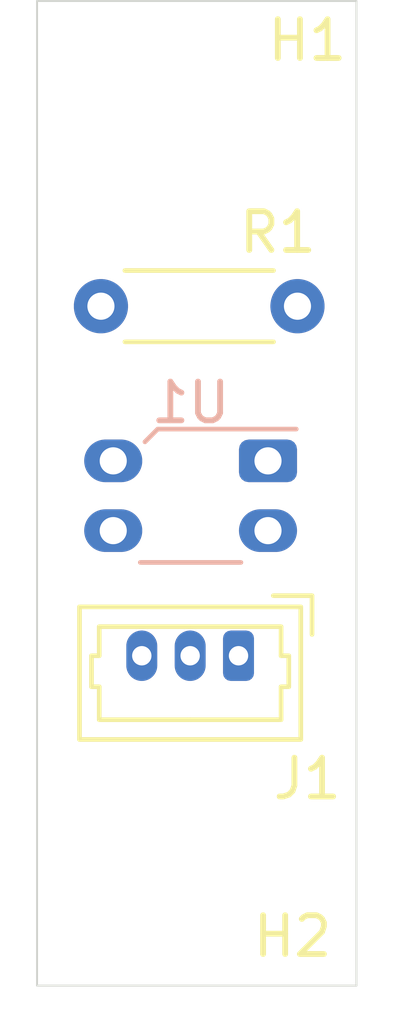
<source format=kicad_pcb>
(kicad_pcb (version 20171130) (host pcbnew 5.1.10-88a1d61d58~88~ubuntu20.04.1)

  (general
    (thickness 1.6)
    (drawings 4)
    (tracks 0)
    (zones 0)
    (modules 5)
    (nets 5)
  )

  (page A4)
  (layers
    (0 F.Cu signal)
    (31 B.Cu signal)
    (32 B.Adhes user)
    (33 F.Adhes user)
    (34 B.Paste user)
    (35 F.Paste user)
    (36 B.SilkS user)
    (37 F.SilkS user)
    (38 B.Mask user)
    (39 F.Mask user)
    (40 Dwgs.User user)
    (41 Cmts.User user)
    (42 Eco1.User user)
    (43 Eco2.User user)
    (44 Edge.Cuts user)
    (45 Margin user)
    (46 B.CrtYd user)
    (47 F.CrtYd user)
    (48 B.Fab user)
    (49 F.Fab user)
  )

  (setup
    (last_trace_width 0.25)
    (trace_clearance 0.2)
    (zone_clearance 0.508)
    (zone_45_only no)
    (trace_min 0.2)
    (via_size 0.8)
    (via_drill 0.4)
    (via_min_size 0.4)
    (via_min_drill 0.3)
    (uvia_size 0.3)
    (uvia_drill 0.1)
    (uvias_allowed no)
    (uvia_min_size 0.2)
    (uvia_min_drill 0.1)
    (edge_width 0.05)
    (segment_width 0.2)
    (pcb_text_width 0.3)
    (pcb_text_size 1.5 1.5)
    (mod_edge_width 0.12)
    (mod_text_size 1 1)
    (mod_text_width 0.15)
    (pad_size 1.524 1.524)
    (pad_drill 0.762)
    (pad_to_mask_clearance 0)
    (aux_axis_origin 0 0)
    (visible_elements FFFFFF7F)
    (pcbplotparams
      (layerselection 0x010fc_ffffffff)
      (usegerberextensions false)
      (usegerberattributes true)
      (usegerberadvancedattributes true)
      (creategerberjobfile true)
      (excludeedgelayer true)
      (linewidth 0.100000)
      (plotframeref false)
      (viasonmask false)
      (mode 1)
      (useauxorigin false)
      (hpglpennumber 1)
      (hpglpenspeed 20)
      (hpglpendiameter 15.000000)
      (psnegative false)
      (psa4output false)
      (plotreference true)
      (plotvalue true)
      (plotinvisibletext false)
      (padsonsilk false)
      (subtractmaskfromsilk false)
      (outputformat 1)
      (mirror false)
      (drillshape 1)
      (scaleselection 1)
      (outputdirectory ""))
  )

  (net 0 "")
  (net 1 GND)
  (net 2 /OUTPUT)
  (net 3 +5V)
  (net 4 "Net-(R1-Pad2)")

  (net_class Default "This is the default net class."
    (clearance 0.2)
    (trace_width 0.25)
    (via_dia 0.8)
    (via_drill 0.4)
    (uvia_dia 0.3)
    (uvia_drill 0.1)
    (add_net +5V)
    (add_net /OUTPUT)
    (add_net GND)
    (add_net "Net-(R1-Pad2)")
  )

  (module MountingHole:MountingHole_2.2mm_M2 (layer F.Cu) (tedit 56D1B4CB) (tstamp 6090FD03)
    (at 183.261 98.552)
    (descr "Mounting Hole 2.2mm, no annular, M2")
    (tags "mounting hole 2.2mm no annular m2")
    (path /60917130)
    (attr virtual)
    (fp_text reference H2 (at 2.413 1.778) (layer F.SilkS)
      (effects (font (size 1 1) (thickness 0.15)))
    )
    (fp_text value MountingHole (at 0 3.2) (layer F.Fab)
      (effects (font (size 1 1) (thickness 0.15)))
    )
    (fp_text user %R (at 0.3 0) (layer F.Fab)
      (effects (font (size 1 1) (thickness 0.15)))
    )
    (fp_circle (center 0 0) (end 2.2 0) (layer Cmts.User) (width 0.15))
    (fp_circle (center 0 0) (end 2.45 0) (layer F.CrtYd) (width 0.05))
    (pad 1 np_thru_hole circle (at 0 0) (size 2.2 2.2) (drill 2.2) (layers *.Cu *.Mask))
  )

  (module MountingHole:MountingHole_2.2mm_M2 (layer F.Cu) (tedit 56D1B4CB) (tstamp 6090FC38)
    (at 183.261 79.121)
    (descr "Mounting Hole 2.2mm, no annular, M2")
    (tags "mounting hole 2.2mm no annular m2")
    (path /60916ABE)
    (attr virtual)
    (fp_text reference H1 (at 2.794 -1.905) (layer F.SilkS)
      (effects (font (size 1 1) (thickness 0.15)))
    )
    (fp_text value MountingHole (at 0 3.2) (layer F.Fab)
      (effects (font (size 1 1) (thickness 0.15)))
    )
    (fp_text user %R (at 0.3 0) (layer F.Fab)
      (effects (font (size 1 1) (thickness 0.15)))
    )
    (fp_circle (center 0 0) (end 2.2 0) (layer Cmts.User) (width 0.15))
    (fp_circle (center 0 0) (end 2.45 0) (layer F.CrtYd) (width 0.05))
    (pad 1 np_thru_hole circle (at 0 0) (size 2.2 2.2) (drill 2.2) (layers *.Cu *.Mask))
  )

  (module OptoDevice:Everlight_ITR8307F43 (layer B.Cu) (tedit 5B88730A) (tstamp 6090F6D9)
    (at 185.039 88.0635 270)
    (descr "package for Everlight ITR8307/F43, see https://everlighteurope.com/index.php?controller=attachment&id_attachment=5385")
    (tags "refective opto couple photo coupler")
    (path /6085AF80)
    (fp_text reference U1 (at -1.5 2) (layer B.SilkS)
      (effects (font (size 1 1) (thickness 0.15)) (justify mirror))
    )
    (fp_text value QRD1113GR (at 0.8 -1.5 270) (layer B.Fab)
      (effects (font (size 1 1) (thickness 0.15)) (justify mirror))
    )
    (fp_text user %R (at 0.9 1.8 270) (layer B.Fab)
      (effects (font (size 0.75 0.75) (thickness 0.11)) (justify mirror))
    )
    (fp_line (start 2.62 0.7) (end 2.62 3.3) (layer B.SilkS) (width 0.12))
    (fp_line (start -0.82 2.85) (end -0.82 -0.73) (layer B.SilkS) (width 0.12))
    (fp_line (start -0.7 2.8) (end -0.2 3.3) (layer B.Fab) (width 0.1))
    (fp_line (start -0.2 3.3) (end 2.5 3.3) (layer B.Fab) (width 0.1))
    (fp_line (start -0.7 0.7) (end -0.7 2.8) (layer B.Fab) (width 0.1))
    (fp_line (start 2.5 0.7) (end 0.5 0.7) (layer B.Fab) (width 0.1))
    (fp_line (start 2.5 3.3) (end 2.5 0.7) (layer B.Fab) (width 0.1))
    (fp_line (start -0.95 5) (end 2.75 5) (layer B.CrtYd) (width 0.05))
    (fp_line (start -0.95 5) (end -0.95 -1) (layer B.CrtYd) (width 0.05))
    (fp_line (start 2.75 -1) (end 2.75 5) (layer B.CrtYd) (width 0.05))
    (fp_line (start 2.75 -1) (end -0.95 -1) (layer B.CrtYd) (width 0.05))
    (fp_line (start -0.49 3.18) (end -0.82 2.85) (layer B.SilkS) (width 0.12))
    (fp_line (start 0 1.2) (end 0.5 0.7) (layer B.Fab) (width 0.1))
    (fp_line (start 0 1.2) (end -0.5 0.7) (layer B.Fab) (width 0.1))
    (fp_line (start -0.7 0.7) (end -0.5 0.7) (layer B.Fab) (width 0.1))
    (pad 4 thru_hole oval (at 1.8 4 270) (size 1.1 1.5) (drill 0.7) (layers *.Cu *.Mask)
      (net 1 GND))
    (pad 2 thru_hole oval (at 0 4 270) (size 1.1 1.5) (drill 0.7) (layers *.Cu *.Mask)
      (net 1 GND))
    (pad 1 thru_hole roundrect (at 0 0 270) (size 1.1 1.5) (drill 0.7) (layers *.Cu *.Mask) (roundrect_rratio 0.227)
      (net 2 /OUTPUT))
    (pad 3 thru_hole oval (at 1.8 0 270) (size 1.1 1.5) (drill 0.7) (layers *.Cu *.Mask)
      (net 4 "Net-(R1-Pad2)"))
    (model ${KISYS3DMOD}/OptoDevice.3dshapes/Everlight_ITR8307F43.wrl
      (at (xyz 0 0 0))
      (scale (xyz 1 1 1))
      (rotate (xyz 0 0 0))
    )
  )

  (module Resistor_THT:R_Axial_DIN0204_L3.6mm_D1.6mm_P5.08mm_Horizontal (layer F.Cu) (tedit 5AE5139B) (tstamp 6090F5F0)
    (at 180.721 84.074)
    (descr "Resistor, Axial_DIN0204 series, Axial, Horizontal, pin pitch=5.08mm, 0.167W, length*diameter=3.6*1.6mm^2, http://cdn-reichelt.de/documents/datenblatt/B400/1_4W%23YAG.pdf")
    (tags "Resistor Axial_DIN0204 series Axial Horizontal pin pitch 5.08mm 0.167W length 3.6mm diameter 1.6mm")
    (path /60868A1D)
    (fp_text reference R1 (at 4.572 -1.905) (layer F.SilkS)
      (effects (font (size 1 1) (thickness 0.15)))
    )
    (fp_text value 160 (at 2.54 1.92) (layer F.Fab)
      (effects (font (size 1 1) (thickness 0.15)))
    )
    (fp_text user %R (at 2.54 0) (layer F.Fab)
      (effects (font (size 0.72 0.72) (thickness 0.108)))
    )
    (fp_line (start 0.74 -0.8) (end 0.74 0.8) (layer F.Fab) (width 0.1))
    (fp_line (start 0.74 0.8) (end 4.34 0.8) (layer F.Fab) (width 0.1))
    (fp_line (start 4.34 0.8) (end 4.34 -0.8) (layer F.Fab) (width 0.1))
    (fp_line (start 4.34 -0.8) (end 0.74 -0.8) (layer F.Fab) (width 0.1))
    (fp_line (start 0 0) (end 0.74 0) (layer F.Fab) (width 0.1))
    (fp_line (start 5.08 0) (end 4.34 0) (layer F.Fab) (width 0.1))
    (fp_line (start 0.62 -0.92) (end 4.46 -0.92) (layer F.SilkS) (width 0.12))
    (fp_line (start 0.62 0.92) (end 4.46 0.92) (layer F.SilkS) (width 0.12))
    (fp_line (start -0.95 -1.05) (end -0.95 1.05) (layer F.CrtYd) (width 0.05))
    (fp_line (start -0.95 1.05) (end 6.03 1.05) (layer F.CrtYd) (width 0.05))
    (fp_line (start 6.03 1.05) (end 6.03 -1.05) (layer F.CrtYd) (width 0.05))
    (fp_line (start 6.03 -1.05) (end -0.95 -1.05) (layer F.CrtYd) (width 0.05))
    (pad 2 thru_hole oval (at 5.08 0) (size 1.4 1.4) (drill 0.7) (layers *.Cu *.Mask)
      (net 4 "Net-(R1-Pad2)"))
    (pad 1 thru_hole circle (at 0 0) (size 1.4 1.4) (drill 0.7) (layers *.Cu *.Mask)
      (net 3 +5V))
    (model ${KISYS3DMOD}/Resistor_THT.3dshapes/R_Axial_DIN0204_L3.6mm_D1.6mm_P5.08mm_Horizontal.wrl
      (at (xyz 0 0 0))
      (scale (xyz 1 1 1))
      (rotate (xyz 0 0 0))
    )
  )

  (module Connector_Molex:Molex_PicoBlade_53047-0310_1x03_P1.25mm_Vertical (layer F.Cu) (tedit 5B783167) (tstamp 6090F752)
    (at 184.277 93.091 180)
    (descr "Molex PicoBlade Connector System, 53047-0310, 3 Pins per row (http://www.molex.com/pdm_docs/sd/530470610_sd.pdf), generated with kicad-footprint-generator")
    (tags "connector Molex PicoBlade side entry")
    (path /6086CBB9)
    (fp_text reference J1 (at -1.778 -3.175) (layer F.SilkS)
      (effects (font (size 1 1) (thickness 0.15)))
    )
    (fp_text value 0530470310 (at 1.18872 -3.51536) (layer F.Fab)
      (effects (font (size 1 1) (thickness 0.15)))
    )
    (fp_text user %R (at 1.25 -1.35) (layer F.Fab)
      (effects (font (size 1 1) (thickness 0.15)))
    )
    (fp_line (start -1.5 -2.05) (end -1.5 1.15) (layer F.Fab) (width 0.1))
    (fp_line (start -1.5 1.15) (end 4 1.15) (layer F.Fab) (width 0.1))
    (fp_line (start 4 1.15) (end 4 -2.05) (layer F.Fab) (width 0.1))
    (fp_line (start 4 -2.05) (end -1.5 -2.05) (layer F.Fab) (width 0.1))
    (fp_line (start -1.61 -2.16) (end -1.61 1.26) (layer F.SilkS) (width 0.12))
    (fp_line (start -1.61 1.26) (end 4.11 1.26) (layer F.SilkS) (width 0.12))
    (fp_line (start 4.11 1.26) (end 4.11 -2.16) (layer F.SilkS) (width 0.12))
    (fp_line (start 4.11 -2.16) (end -1.61 -2.16) (layer F.SilkS) (width 0.12))
    (fp_line (start 1.25 0.75) (end -1.1 0.75) (layer F.SilkS) (width 0.12))
    (fp_line (start -1.1 0.75) (end -1.1 0) (layer F.SilkS) (width 0.12))
    (fp_line (start -1.1 0) (end -1.3 0) (layer F.SilkS) (width 0.12))
    (fp_line (start -1.3 0) (end -1.3 -0.8) (layer F.SilkS) (width 0.12))
    (fp_line (start -1.3 -0.8) (end -1.1 -0.8) (layer F.SilkS) (width 0.12))
    (fp_line (start -1.1 -0.8) (end -1.1 -1.65) (layer F.SilkS) (width 0.12))
    (fp_line (start -1.1 -1.65) (end 1.25 -1.65) (layer F.SilkS) (width 0.12))
    (fp_line (start 1.25 0.75) (end 3.6 0.75) (layer F.SilkS) (width 0.12))
    (fp_line (start 3.6 0.75) (end 3.6 0) (layer F.SilkS) (width 0.12))
    (fp_line (start 3.6 0) (end 3.8 0) (layer F.SilkS) (width 0.12))
    (fp_line (start 3.8 0) (end 3.8 -0.8) (layer F.SilkS) (width 0.12))
    (fp_line (start 3.8 -0.8) (end 3.6 -0.8) (layer F.SilkS) (width 0.12))
    (fp_line (start 3.6 -0.8) (end 3.6 -1.65) (layer F.SilkS) (width 0.12))
    (fp_line (start 3.6 -1.65) (end 1.25 -1.65) (layer F.SilkS) (width 0.12))
    (fp_line (start -1.9 1.55) (end -1.9 0.55) (layer F.SilkS) (width 0.12))
    (fp_line (start -1.9 1.55) (end -0.9 1.55) (layer F.SilkS) (width 0.12))
    (fp_line (start -0.5 1.15) (end 0 0.442893) (layer F.Fab) (width 0.1))
    (fp_line (start 0 0.442893) (end 0.5 1.15) (layer F.Fab) (width 0.1))
    (fp_line (start -2 -2.55) (end -2 1.65) (layer F.CrtYd) (width 0.05))
    (fp_line (start -2 1.65) (end 4.5 1.65) (layer F.CrtYd) (width 0.05))
    (fp_line (start 4.5 1.65) (end 4.5 -2.55) (layer F.CrtYd) (width 0.05))
    (fp_line (start 4.5 -2.55) (end -2 -2.55) (layer F.CrtYd) (width 0.05))
    (pad 3 thru_hole oval (at 2.5 0 180) (size 0.8 1.3) (drill 0.5) (layers *.Cu *.Mask)
      (net 1 GND))
    (pad 2 thru_hole oval (at 1.25 0 180) (size 0.8 1.3) (drill 0.5) (layers *.Cu *.Mask)
      (net 2 /OUTPUT))
    (pad 1 thru_hole roundrect (at 0 0 180) (size 0.8 1.3) (drill 0.5) (layers *.Cu *.Mask) (roundrect_rratio 0.25)
      (net 3 +5V))
    (model ${KISYS3DMOD}/Connector_Molex.3dshapes/Molex_PicoBlade_53047-0310_1x03_P1.25mm_Vertical.wrl
      (at (xyz 0 0 0))
      (scale (xyz 1 1 1))
      (rotate (xyz 0 0 0))
    )
  )

  (gr_line (start 179.07 101.6) (end 179.07 76.2) (layer Edge.Cuts) (width 0.05) (tstamp 6090F79C))
  (gr_line (start 187.325 101.6) (end 179.07 101.6) (layer Edge.Cuts) (width 0.05))
  (gr_line (start 187.325 76.2) (end 187.325 101.6) (layer Edge.Cuts) (width 0.05))
  (gr_line (start 179.07 76.2) (end 187.325 76.2) (layer Edge.Cuts) (width 0.05))

)

</source>
